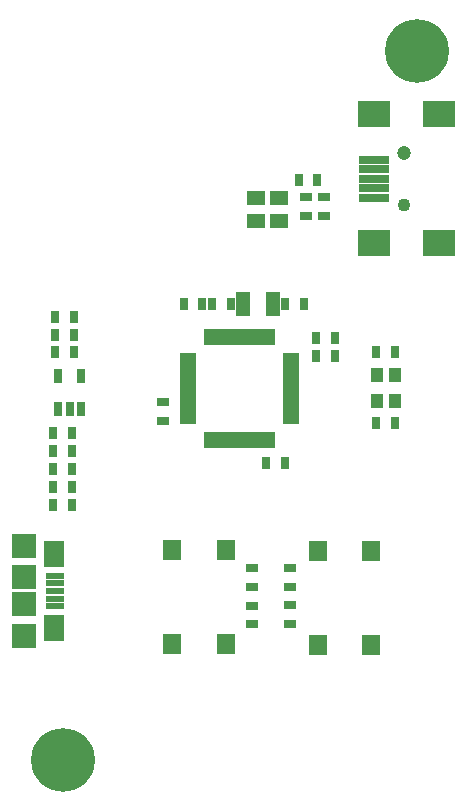
<source format=gts>
G04*
G04 #@! TF.GenerationSoftware,Altium Limited,Altium Designer,18.1.5 (160)*
G04*
G04 Layer_Color=8388736*
%FSLAX25Y25*%
%MOIN*%
G70*
G01*
G75*
%ADD30R,0.10642X0.08674*%
%ADD31R,0.09855X0.02965*%
%ADD32R,0.04737X0.07887*%
%ADD33R,0.02769X0.04343*%
%ADD34R,0.03162X0.05131*%
%ADD35R,0.05918X0.06902*%
%ADD36R,0.01981X0.05524*%
%ADD37R,0.05524X0.01981*%
%ADD38R,0.06115X0.02375*%
%ADD39R,0.08280X0.07887*%
%ADD40R,0.07099X0.09068*%
%ADD41R,0.04343X0.02769*%
%ADD42R,0.04147X0.04540*%
%ADD43R,0.05918X0.04737*%
%ADD44C,0.04343*%
%ADD45C,0.04737*%
%ADD46C,0.21272*%
D30*
X144882Y234842D02*
D03*
Y191929D02*
D03*
X123228Y234842D02*
D03*
Y191929D02*
D03*
D31*
Y213386D02*
D03*
Y216535D02*
D03*
Y219685D02*
D03*
Y210236D02*
D03*
Y207087D02*
D03*
D32*
X89567Y171653D02*
D03*
X79724D02*
D03*
D33*
X22610Y122587D02*
D03*
X16390D02*
D03*
X22610Y128740D02*
D03*
X16390D02*
D03*
X110197Y154331D02*
D03*
X103976D02*
D03*
X66102Y171653D02*
D03*
X59882D02*
D03*
X130276Y131890D02*
D03*
X124055D02*
D03*
X130276Y155512D02*
D03*
X124055D02*
D03*
X69331Y171653D02*
D03*
X75551D02*
D03*
X99961D02*
D03*
X93740D02*
D03*
X16390Y104500D02*
D03*
X22610D02*
D03*
Y110500D02*
D03*
X16390D02*
D03*
X22610Y116500D02*
D03*
X16390D02*
D03*
X104457Y213000D02*
D03*
X98236D02*
D03*
X103976Y160236D02*
D03*
X110197D02*
D03*
X87441Y118504D02*
D03*
X93661D02*
D03*
X23189Y155512D02*
D03*
X16969D02*
D03*
Y167323D02*
D03*
X23189D02*
D03*
X23189Y161417D02*
D03*
X16969D02*
D03*
D34*
X25591Y147638D02*
D03*
Y136614D02*
D03*
X21850D02*
D03*
X18110Y147638D02*
D03*
Y136614D02*
D03*
D35*
X56142Y89650D02*
D03*
X73858D02*
D03*
Y58350D02*
D03*
X56142D02*
D03*
X122358Y57850D02*
D03*
X104642D02*
D03*
Y89150D02*
D03*
X122358D02*
D03*
D36*
X89327Y160626D02*
D03*
X87358D02*
D03*
X85390D02*
D03*
X83421D02*
D03*
X81453D02*
D03*
X79484D02*
D03*
X77516D02*
D03*
X75547D02*
D03*
X73579D02*
D03*
X71610D02*
D03*
X69642D02*
D03*
X67673D02*
D03*
Y126374D02*
D03*
X69642D02*
D03*
X71610D02*
D03*
X73579D02*
D03*
X75547D02*
D03*
X77516D02*
D03*
X79484D02*
D03*
X85390D02*
D03*
X87358D02*
D03*
X89327D02*
D03*
X83421D02*
D03*
X81453D02*
D03*
D37*
X61374Y154327D02*
D03*
Y152358D02*
D03*
Y150390D02*
D03*
Y148421D02*
D03*
Y146453D02*
D03*
Y144484D02*
D03*
Y142516D02*
D03*
Y140547D02*
D03*
Y138579D02*
D03*
Y136610D02*
D03*
Y134642D02*
D03*
Y132673D02*
D03*
X95626D02*
D03*
Y134642D02*
D03*
Y136610D02*
D03*
Y138579D02*
D03*
Y140547D02*
D03*
Y142516D02*
D03*
Y144484D02*
D03*
Y146453D02*
D03*
Y148421D02*
D03*
Y150390D02*
D03*
Y152358D02*
D03*
Y154327D02*
D03*
D38*
X17031Y70854D02*
D03*
Y81090D02*
D03*
Y78531D02*
D03*
Y73413D02*
D03*
Y75972D02*
D03*
D39*
X6500Y90933D02*
D03*
Y61012D02*
D03*
Y80500D02*
D03*
Y71445D02*
D03*
D40*
X16539Y88374D02*
D03*
Y63571D02*
D03*
D41*
X100643Y200980D02*
D03*
Y207200D02*
D03*
X82731Y64780D02*
D03*
Y71000D02*
D03*
Y83610D02*
D03*
Y77390D02*
D03*
X95231Y64890D02*
D03*
Y71110D02*
D03*
Y83610D02*
D03*
Y77390D02*
D03*
X53150Y138937D02*
D03*
Y132717D02*
D03*
X106693Y200980D02*
D03*
Y207200D02*
D03*
D42*
X130181Y148067D02*
D03*
X124276D02*
D03*
X130181Y139370D02*
D03*
X124276D02*
D03*
D43*
X91732Y206968D02*
D03*
Y199331D02*
D03*
X83858Y206968D02*
D03*
Y199331D02*
D03*
D44*
X133465Y204724D02*
D03*
D45*
Y222047D02*
D03*
D46*
X137795Y255906D02*
D03*
X19685Y19685D02*
D03*
M02*

</source>
